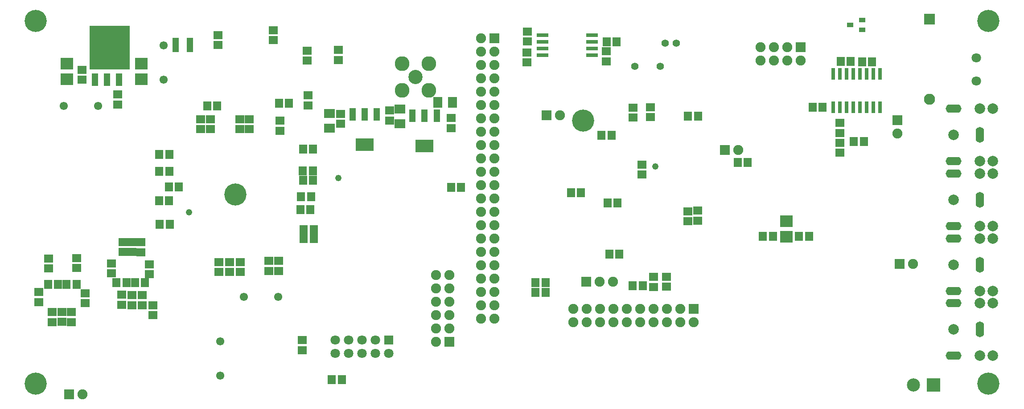
<source format=gbs>
G04*
G04 #@! TF.GenerationSoftware,Altium Limited,Altium Designer,19.1.8 (144)*
G04*
G04 Layer_Color=16711935*
%FSLAX25Y25*%
%MOIN*%
G70*
G01*
G75*
%ADD16R,0.06706X0.05918*%
%ADD19R,0.05918X0.06706*%
%ADD32R,0.03162X0.08674*%
%ADD33R,0.07099X0.07887*%
%ADD34R,0.13595X0.09265*%
%ADD35R,0.04540X0.09265*%
%ADD46R,0.09461X0.08674*%
%ADD52R,0.07887X0.07099*%
%ADD55C,0.10642*%
%ADD56C,0.11036*%
%ADD57R,0.07493X0.07493*%
%ADD58C,0.07493*%
%ADD59C,0.06115*%
%ADD60R,0.07493X0.07493*%
%ADD61C,0.08280*%
%ADD62R,0.08280X0.08280*%
%ADD63R,0.06706X0.06706*%
%ADD64C,0.07099*%
%ADD65C,0.09855*%
%ADD66R,0.09855X0.09855*%
%ADD67C,0.07887*%
%ADD68O,0.11824X0.06312*%
%ADD69O,0.06312X0.11824*%
%ADD70C,0.05600*%
%ADD71C,0.05524*%
%ADD72C,0.16548*%
%ADD73C,0.04800*%
%ADD149R,0.05131X0.11036*%
%ADD150R,0.08674X0.03162*%
%ADD151R,0.04934X0.03359*%
%ADD152R,0.29934X0.32690*%
D16*
X238189Y-37600D02*
D03*
Y-45080D02*
D03*
X214961Y-37993D02*
D03*
Y-45474D02*
D03*
X215748Y-71458D02*
D03*
Y-78938D02*
D03*
X189764Y-30117D02*
D03*
Y-22637D02*
D03*
X148425Y-26378D02*
D03*
Y-33858D02*
D03*
X46638Y-52362D02*
D03*
Y-59842D02*
D03*
X73244Y-78328D02*
D03*
Y-70848D02*
D03*
X322643Y-96065D02*
D03*
Y-88585D02*
D03*
X240072Y-85431D02*
D03*
Y-92911D02*
D03*
X91732Y-228740D02*
D03*
Y-221260D02*
D03*
X83858Y-228740D02*
D03*
Y-221260D02*
D03*
X48819Y-219685D02*
D03*
Y-227165D02*
D03*
X24409Y-233858D02*
D03*
Y-241339D02*
D03*
X438563Y-38563D02*
D03*
Y-46043D02*
D03*
X499606Y-158268D02*
D03*
Y-165748D02*
D03*
X506806Y-157895D02*
D03*
Y-165375D02*
D03*
X379400Y-46800D02*
D03*
Y-39320D02*
D03*
X379508Y-23602D02*
D03*
Y-31083D02*
D03*
X171601Y-89366D02*
D03*
Y-96846D02*
D03*
X142682Y-89366D02*
D03*
Y-96846D02*
D03*
X77362Y-188779D02*
D03*
Y-181299D02*
D03*
X148942Y-203872D02*
D03*
Y-196392D02*
D03*
X84055Y-188779D02*
D03*
Y-181299D02*
D03*
X90551Y-188976D02*
D03*
Y-181496D02*
D03*
X21654Y-193701D02*
D03*
Y-201181D02*
D03*
X471654Y-80315D02*
D03*
Y-87795D02*
D03*
X473838Y-214987D02*
D03*
Y-207506D02*
D03*
X211374Y-262281D02*
D03*
Y-254801D02*
D03*
X276575Y-82873D02*
D03*
Y-90353D02*
D03*
X76378Y-220866D02*
D03*
Y-228346D02*
D03*
X31693Y-233661D02*
D03*
Y-241142D02*
D03*
X38583Y-233858D02*
D03*
Y-241339D02*
D03*
X14173Y-218898D02*
D03*
Y-226378D02*
D03*
X613386Y-99606D02*
D03*
Y-92126D02*
D03*
X465146Y-123304D02*
D03*
Y-130784D02*
D03*
X194619Y-90479D02*
D03*
Y-97960D02*
D03*
X193611Y-203036D02*
D03*
Y-195555D02*
D03*
X186265Y-203036D02*
D03*
Y-195555D02*
D03*
X164769Y-89366D02*
D03*
Y-96846D02*
D03*
X164842Y-203872D02*
D03*
Y-196392D02*
D03*
X156956Y-203872D02*
D03*
Y-196392D02*
D03*
X135348Y-89366D02*
D03*
Y-96846D02*
D03*
X42520Y-200787D02*
D03*
Y-193307D02*
D03*
X613386Y-114567D02*
D03*
Y-107087D02*
D03*
X483789Y-214868D02*
D03*
Y-207388D02*
D03*
X458661Y-80709D02*
D03*
Y-88189D02*
D03*
X96850Y-205512D02*
D03*
Y-198031D02*
D03*
X99606Y-236221D02*
D03*
Y-228740D02*
D03*
X68701Y-204921D02*
D03*
Y-197441D02*
D03*
D19*
X147638Y-79528D02*
D03*
X140157D02*
D03*
X193899Y-77559D02*
D03*
X201379D02*
D03*
X447051Y-152152D02*
D03*
X439571D02*
D03*
X79921Y-211811D02*
D03*
X72441D02*
D03*
X613976Y-46260D02*
D03*
X621457D02*
D03*
X592913Y-80315D02*
D03*
X600394D02*
D03*
X442520Y-101575D02*
D03*
X435039D02*
D03*
X448404Y-190525D02*
D03*
X440924D02*
D03*
X385776Y-219063D02*
D03*
X393256D02*
D03*
X322637Y-140551D02*
D03*
X330117D02*
D03*
X211858Y-135081D02*
D03*
X219338D02*
D03*
X209937Y-156951D02*
D03*
X217417D02*
D03*
X219237Y-128024D02*
D03*
X211757D02*
D03*
X240924Y-284327D02*
D03*
X233443D02*
D03*
X86221Y-211811D02*
D03*
X93701D02*
D03*
X104741Y-168009D02*
D03*
X112222D02*
D03*
X104361Y-128533D02*
D03*
X111842D02*
D03*
X631257Y-106122D02*
D03*
X623777D02*
D03*
X590158Y-177165D02*
D03*
X582677D02*
D03*
X563189Y-176969D02*
D03*
X555709D02*
D03*
X446437Y-31476D02*
D03*
X438957D02*
D03*
X499803Y-87205D02*
D03*
X507283D02*
D03*
X419683Y-144488D02*
D03*
X412203D02*
D03*
X393256Y-211871D02*
D03*
X385776D02*
D03*
X219309Y-111917D02*
D03*
X211828D02*
D03*
X210331Y-147502D02*
D03*
X217811D02*
D03*
X219885Y-172106D02*
D03*
X212405D02*
D03*
X219885Y-178798D02*
D03*
X212405D02*
D03*
X104361Y-115691D02*
D03*
X111842D02*
D03*
X119095Y-139961D02*
D03*
X111614D02*
D03*
X104171Y-150548D02*
D03*
X111652D02*
D03*
X28740Y-212992D02*
D03*
X21260D02*
D03*
X637402Y-46457D02*
D03*
X629921D02*
D03*
X465945Y-214173D02*
D03*
X458465D02*
D03*
X536934Y-121837D02*
D03*
X544414D02*
D03*
X35039Y-212992D02*
D03*
X42520D02*
D03*
D32*
X633386Y-55354D02*
D03*
X628386D02*
D03*
Y-80354D02*
D03*
X633386D02*
D03*
X643386Y-55354D02*
D03*
X638386D02*
D03*
Y-80354D02*
D03*
X643386D02*
D03*
X613386Y-55354D02*
D03*
X608386D02*
D03*
Y-80354D02*
D03*
X613386D02*
D03*
X623386Y-55354D02*
D03*
X618386D02*
D03*
Y-80354D02*
D03*
X623386D02*
D03*
D33*
X312598Y-76772D02*
D03*
X323622D02*
D03*
D34*
X65202Y-37008D02*
D03*
X302756Y-109558D02*
D03*
X257874Y-108444D02*
D03*
D35*
X74257Y-59842D02*
D03*
X65202D02*
D03*
X56147D02*
D03*
X311811Y-86723D02*
D03*
X302756D02*
D03*
X293701D02*
D03*
X266929Y-85610D02*
D03*
X257874D02*
D03*
X248819D02*
D03*
D46*
X90945Y-59449D02*
D03*
Y-47638D02*
D03*
X35221Y-59449D02*
D03*
Y-47638D02*
D03*
X573228Y-177559D02*
D03*
Y-165748D02*
D03*
D52*
X231496Y-85039D02*
D03*
Y-96063D02*
D03*
X284252Y-81890D02*
D03*
Y-92913D02*
D03*
D55*
X296063Y-57874D02*
D03*
D56*
X306063Y-47874D02*
D03*
Y-67874D02*
D03*
X286063D02*
D03*
Y-47874D02*
D03*
D57*
X527283Y-112343D02*
D03*
X503937Y-231339D02*
D03*
X658060Y-197808D02*
D03*
X423622Y-211024D02*
D03*
X584016Y-35512D02*
D03*
X394104Y-86386D02*
D03*
X37126Y-295394D02*
D03*
D58*
X537284Y-112343D02*
D03*
X311142Y-206102D02*
D03*
X321142D02*
D03*
X311142Y-216102D02*
D03*
X321142D02*
D03*
X311142Y-226102D02*
D03*
X321142D02*
D03*
X311142Y-236102D02*
D03*
X321142D02*
D03*
X311142Y-246102D02*
D03*
X321142D02*
D03*
X311142Y-256102D02*
D03*
X413937Y-241339D02*
D03*
Y-231339D02*
D03*
X423937Y-241339D02*
D03*
Y-231339D02*
D03*
X433937Y-241339D02*
D03*
Y-231339D02*
D03*
X443937Y-241339D02*
D03*
Y-231339D02*
D03*
X453937Y-241339D02*
D03*
Y-231339D02*
D03*
X463937Y-241339D02*
D03*
Y-231339D02*
D03*
X473937Y-241339D02*
D03*
Y-231339D02*
D03*
X483937Y-241339D02*
D03*
Y-231339D02*
D03*
X493937Y-241339D02*
D03*
Y-231339D02*
D03*
X503937Y-241339D02*
D03*
X668060Y-197808D02*
D03*
X443622Y-211024D02*
D03*
X433622D02*
D03*
X656299Y-100000D02*
D03*
X345118Y-238740D02*
D03*
X355118D02*
D03*
X345118Y-228740D02*
D03*
X355118D02*
D03*
X345118Y-218740D02*
D03*
X355118D02*
D03*
X345118Y-208740D02*
D03*
X355118D02*
D03*
X345118Y-198740D02*
D03*
X355118D02*
D03*
X345118Y-188740D02*
D03*
X355118D02*
D03*
X345118Y-178740D02*
D03*
X355118D02*
D03*
X345118Y-168740D02*
D03*
X355118D02*
D03*
X345118Y-158740D02*
D03*
X355118D02*
D03*
X345118Y-148740D02*
D03*
X355118D02*
D03*
X345118Y-138740D02*
D03*
X355118D02*
D03*
X345118Y-128740D02*
D03*
X355118D02*
D03*
X345118Y-118740D02*
D03*
X355118D02*
D03*
X345118Y-108740D02*
D03*
X355118D02*
D03*
X345118Y-98740D02*
D03*
X355118D02*
D03*
X345118Y-88740D02*
D03*
X355118D02*
D03*
X345118Y-78740D02*
D03*
X355118D02*
D03*
X345118Y-68740D02*
D03*
X355118D02*
D03*
X345118Y-58740D02*
D03*
X355118D02*
D03*
X345118Y-48740D02*
D03*
X355118D02*
D03*
X345118Y-38740D02*
D03*
X355118D02*
D03*
X345118Y-28740D02*
D03*
X554016Y-45512D02*
D03*
Y-35512D02*
D03*
X564016Y-45512D02*
D03*
Y-35512D02*
D03*
X574016Y-45512D02*
D03*
Y-35512D02*
D03*
X584016Y-45512D02*
D03*
X404104Y-86386D02*
D03*
X47126Y-295394D02*
D03*
D59*
X107480Y-34055D02*
D03*
Y-59646D02*
D03*
X193307Y-222441D02*
D03*
X167717D02*
D03*
X150000Y-255906D02*
D03*
Y-281496D02*
D03*
X58608Y-79431D02*
D03*
X33018D02*
D03*
D60*
X321142Y-256102D02*
D03*
X656299Y-90000D02*
D03*
X355118Y-28740D02*
D03*
D61*
X680315Y-74410D02*
D03*
D62*
Y-14567D02*
D03*
D63*
X275901Y-254900D02*
D03*
D64*
X255901D02*
D03*
X265901D02*
D03*
X235901Y-264900D02*
D03*
X245901D02*
D03*
X255901D02*
D03*
X265901D02*
D03*
X275901D02*
D03*
X245901Y-254900D02*
D03*
X235901D02*
D03*
X715354Y-43305D02*
D03*
Y-60628D02*
D03*
D65*
X668287Y-288583D02*
D03*
D66*
X683287D02*
D03*
D67*
X717913Y-81496D02*
D03*
X727756D02*
D03*
X698228Y-101181D02*
D03*
X717913Y-120866D02*
D03*
X727756D02*
D03*
X717913Y-227165D02*
D03*
X727756D02*
D03*
X698228Y-246850D02*
D03*
X717913Y-266535D02*
D03*
X727756D02*
D03*
X717913Y-130118D02*
D03*
X727756D02*
D03*
X698228Y-149803D02*
D03*
X717913Y-169488D02*
D03*
X727756D02*
D03*
X717913Y-178740D02*
D03*
X727756D02*
D03*
X698228Y-198425D02*
D03*
X717913Y-218110D02*
D03*
X727756D02*
D03*
D68*
X698228Y-81496D02*
D03*
Y-120866D02*
D03*
Y-227165D02*
D03*
Y-266535D02*
D03*
Y-130118D02*
D03*
Y-169488D02*
D03*
Y-178740D02*
D03*
Y-218110D02*
D03*
D69*
X717913Y-101181D02*
D03*
Y-246850D02*
D03*
Y-149803D02*
D03*
Y-198425D02*
D03*
D70*
X460134Y-49606D02*
D03*
X479134D02*
D03*
D71*
X490945Y-32283D02*
D03*
X482677D02*
D03*
D72*
X161417Y-145669D02*
D03*
X724409Y-15748D02*
D03*
Y-287402D02*
D03*
X11811Y-15748D02*
D03*
Y-287402D02*
D03*
X421260Y-90551D02*
D03*
D73*
X475213Y-124729D02*
D03*
X238289Y-133547D02*
D03*
X126568Y-158988D02*
D03*
D149*
X127362Y-33858D02*
D03*
X116732D02*
D03*
D150*
X427953Y-41339D02*
D03*
Y-36339D02*
D03*
Y-31339D02*
D03*
Y-26339D02*
D03*
X390945D02*
D03*
Y-31339D02*
D03*
Y-36339D02*
D03*
Y-41339D02*
D03*
D151*
X620866Y-18701D02*
D03*
X629921Y-22441D02*
D03*
Y-14961D02*
D03*
D152*
X67323Y-35630D02*
D03*
M02*

</source>
